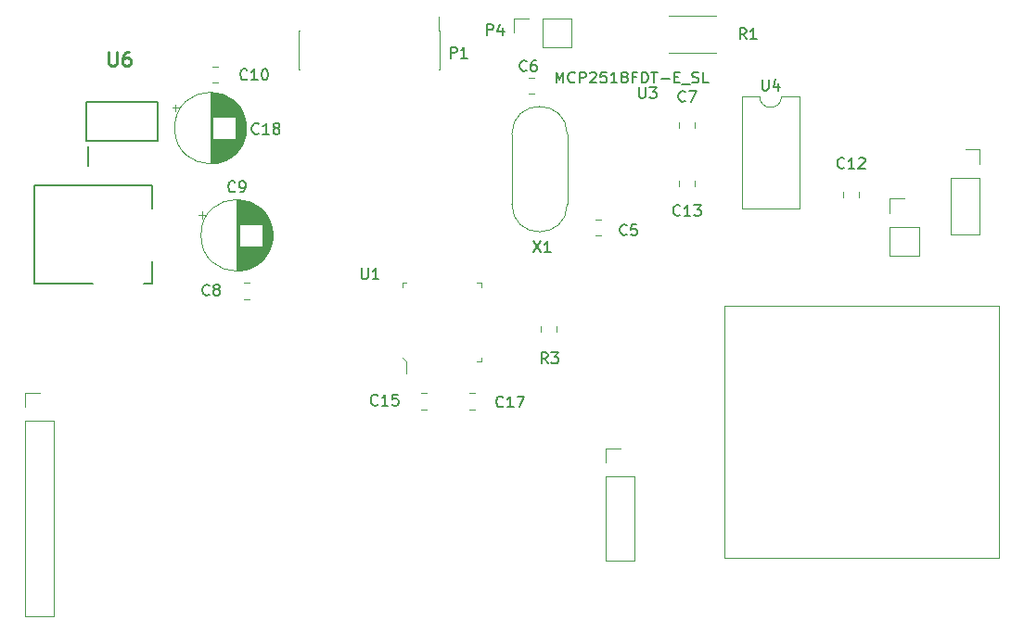
<source format=gto>
G04 #@! TF.GenerationSoftware,KiCad,Pcbnew,8.0.6*
G04 #@! TF.CreationDate,2025-01-19T13:54:33-05:00*
G04 #@! TF.ProjectId,RA2E1-CAN-Rev2,52413245-312d-4434-914e-2d526576322e,rev?*
G04 #@! TF.SameCoordinates,Original*
G04 #@! TF.FileFunction,Legend,Top*
G04 #@! TF.FilePolarity,Positive*
%FSLAX46Y46*%
G04 Gerber Fmt 4.6, Leading zero omitted, Abs format (unit mm)*
G04 Created by KiCad (PCBNEW 8.0.6) date 2025-01-19 13:54:33*
%MOMM*%
%LPD*%
G01*
G04 APERTURE LIST*
%ADD10C,0.150000*%
%ADD11C,0.254000*%
%ADD12C,0.120000*%
%ADD13C,0.100000*%
%ADD14C,0.200000*%
%ADD15C,0.203200*%
G04 APERTURE END LIST*
D10*
X119078476Y-48834819D02*
X119745142Y-49834819D01*
X119745142Y-48834819D02*
X119078476Y-49834819D01*
X120649904Y-49834819D02*
X120078476Y-49834819D01*
X120364190Y-49834819D02*
X120364190Y-48834819D01*
X120364190Y-48834819D02*
X120268952Y-48977676D01*
X120268952Y-48977676D02*
X120173714Y-49072914D01*
X120173714Y-49072914D02*
X120078476Y-49120533D01*
X103388095Y-51304819D02*
X103388095Y-52114342D01*
X103388095Y-52114342D02*
X103435714Y-52209580D01*
X103435714Y-52209580D02*
X103483333Y-52257200D01*
X103483333Y-52257200D02*
X103578571Y-52304819D01*
X103578571Y-52304819D02*
X103769047Y-52304819D01*
X103769047Y-52304819D02*
X103864285Y-52257200D01*
X103864285Y-52257200D02*
X103911904Y-52209580D01*
X103911904Y-52209580D02*
X103959523Y-52114342D01*
X103959523Y-52114342D02*
X103959523Y-51304819D01*
X104959523Y-52304819D02*
X104388095Y-52304819D01*
X104673809Y-52304819D02*
X104673809Y-51304819D01*
X104673809Y-51304819D02*
X104578571Y-51447676D01*
X104578571Y-51447676D02*
X104483333Y-51542914D01*
X104483333Y-51542914D02*
X104388095Y-51590533D01*
X91833333Y-44259580D02*
X91785714Y-44307200D01*
X91785714Y-44307200D02*
X91642857Y-44354819D01*
X91642857Y-44354819D02*
X91547619Y-44354819D01*
X91547619Y-44354819D02*
X91404762Y-44307200D01*
X91404762Y-44307200D02*
X91309524Y-44211961D01*
X91309524Y-44211961D02*
X91261905Y-44116723D01*
X91261905Y-44116723D02*
X91214286Y-43926247D01*
X91214286Y-43926247D02*
X91214286Y-43783390D01*
X91214286Y-43783390D02*
X91261905Y-43592914D01*
X91261905Y-43592914D02*
X91309524Y-43497676D01*
X91309524Y-43497676D02*
X91404762Y-43402438D01*
X91404762Y-43402438D02*
X91547619Y-43354819D01*
X91547619Y-43354819D02*
X91642857Y-43354819D01*
X91642857Y-43354819D02*
X91785714Y-43402438D01*
X91785714Y-43402438D02*
X91833333Y-43450057D01*
X92309524Y-44354819D02*
X92500000Y-44354819D01*
X92500000Y-44354819D02*
X92595238Y-44307200D01*
X92595238Y-44307200D02*
X92642857Y-44259580D01*
X92642857Y-44259580D02*
X92738095Y-44116723D01*
X92738095Y-44116723D02*
X92785714Y-43926247D01*
X92785714Y-43926247D02*
X92785714Y-43545295D01*
X92785714Y-43545295D02*
X92738095Y-43450057D01*
X92738095Y-43450057D02*
X92690476Y-43402438D01*
X92690476Y-43402438D02*
X92595238Y-43354819D01*
X92595238Y-43354819D02*
X92404762Y-43354819D01*
X92404762Y-43354819D02*
X92309524Y-43402438D01*
X92309524Y-43402438D02*
X92261905Y-43450057D01*
X92261905Y-43450057D02*
X92214286Y-43545295D01*
X92214286Y-43545295D02*
X92214286Y-43783390D01*
X92214286Y-43783390D02*
X92261905Y-43878628D01*
X92261905Y-43878628D02*
X92309524Y-43926247D01*
X92309524Y-43926247D02*
X92404762Y-43973866D01*
X92404762Y-43973866D02*
X92595238Y-43973866D01*
X92595238Y-43973866D02*
X92690476Y-43926247D01*
X92690476Y-43926247D02*
X92738095Y-43878628D01*
X92738095Y-43878628D02*
X92785714Y-43783390D01*
X120383333Y-60004819D02*
X120050000Y-59528628D01*
X119811905Y-60004819D02*
X119811905Y-59004819D01*
X119811905Y-59004819D02*
X120192857Y-59004819D01*
X120192857Y-59004819D02*
X120288095Y-59052438D01*
X120288095Y-59052438D02*
X120335714Y-59100057D01*
X120335714Y-59100057D02*
X120383333Y-59195295D01*
X120383333Y-59195295D02*
X120383333Y-59338152D01*
X120383333Y-59338152D02*
X120335714Y-59433390D01*
X120335714Y-59433390D02*
X120288095Y-59481009D01*
X120288095Y-59481009D02*
X120192857Y-59528628D01*
X120192857Y-59528628D02*
X119811905Y-59528628D01*
X120716667Y-59004819D02*
X121335714Y-59004819D01*
X121335714Y-59004819D02*
X121002381Y-59385771D01*
X121002381Y-59385771D02*
X121145238Y-59385771D01*
X121145238Y-59385771D02*
X121240476Y-59433390D01*
X121240476Y-59433390D02*
X121288095Y-59481009D01*
X121288095Y-59481009D02*
X121335714Y-59576247D01*
X121335714Y-59576247D02*
X121335714Y-59814342D01*
X121335714Y-59814342D02*
X121288095Y-59909580D01*
X121288095Y-59909580D02*
X121240476Y-59957200D01*
X121240476Y-59957200D02*
X121145238Y-60004819D01*
X121145238Y-60004819D02*
X120859524Y-60004819D01*
X120859524Y-60004819D02*
X120764286Y-59957200D01*
X120764286Y-59957200D02*
X120716667Y-59909580D01*
X116307142Y-63909580D02*
X116259523Y-63957200D01*
X116259523Y-63957200D02*
X116116666Y-64004819D01*
X116116666Y-64004819D02*
X116021428Y-64004819D01*
X116021428Y-64004819D02*
X115878571Y-63957200D01*
X115878571Y-63957200D02*
X115783333Y-63861961D01*
X115783333Y-63861961D02*
X115735714Y-63766723D01*
X115735714Y-63766723D02*
X115688095Y-63576247D01*
X115688095Y-63576247D02*
X115688095Y-63433390D01*
X115688095Y-63433390D02*
X115735714Y-63242914D01*
X115735714Y-63242914D02*
X115783333Y-63147676D01*
X115783333Y-63147676D02*
X115878571Y-63052438D01*
X115878571Y-63052438D02*
X116021428Y-63004819D01*
X116021428Y-63004819D02*
X116116666Y-63004819D01*
X116116666Y-63004819D02*
X116259523Y-63052438D01*
X116259523Y-63052438D02*
X116307142Y-63100057D01*
X117259523Y-64004819D02*
X116688095Y-64004819D01*
X116973809Y-64004819D02*
X116973809Y-63004819D01*
X116973809Y-63004819D02*
X116878571Y-63147676D01*
X116878571Y-63147676D02*
X116783333Y-63242914D01*
X116783333Y-63242914D02*
X116688095Y-63290533D01*
X117592857Y-63004819D02*
X118259523Y-63004819D01*
X118259523Y-63004819D02*
X117830952Y-64004819D01*
X128715095Y-34777819D02*
X128715095Y-35587342D01*
X128715095Y-35587342D02*
X128762714Y-35682580D01*
X128762714Y-35682580D02*
X128810333Y-35730200D01*
X128810333Y-35730200D02*
X128905571Y-35777819D01*
X128905571Y-35777819D02*
X129096047Y-35777819D01*
X129096047Y-35777819D02*
X129191285Y-35730200D01*
X129191285Y-35730200D02*
X129238904Y-35682580D01*
X129238904Y-35682580D02*
X129286523Y-35587342D01*
X129286523Y-35587342D02*
X129286523Y-34777819D01*
X129667476Y-34777819D02*
X130286523Y-34777819D01*
X130286523Y-34777819D02*
X129953190Y-35158771D01*
X129953190Y-35158771D02*
X130096047Y-35158771D01*
X130096047Y-35158771D02*
X130191285Y-35206390D01*
X130191285Y-35206390D02*
X130238904Y-35254009D01*
X130238904Y-35254009D02*
X130286523Y-35349247D01*
X130286523Y-35349247D02*
X130286523Y-35587342D01*
X130286523Y-35587342D02*
X130238904Y-35682580D01*
X130238904Y-35682580D02*
X130191285Y-35730200D01*
X130191285Y-35730200D02*
X130096047Y-35777819D01*
X130096047Y-35777819D02*
X129810333Y-35777819D01*
X129810333Y-35777819D02*
X129715095Y-35730200D01*
X129715095Y-35730200D02*
X129667476Y-35682580D01*
X121146047Y-34377819D02*
X121146047Y-33377819D01*
X121146047Y-33377819D02*
X121479380Y-34092104D01*
X121479380Y-34092104D02*
X121812713Y-33377819D01*
X121812713Y-33377819D02*
X121812713Y-34377819D01*
X122860332Y-34282580D02*
X122812713Y-34330200D01*
X122812713Y-34330200D02*
X122669856Y-34377819D01*
X122669856Y-34377819D02*
X122574618Y-34377819D01*
X122574618Y-34377819D02*
X122431761Y-34330200D01*
X122431761Y-34330200D02*
X122336523Y-34234961D01*
X122336523Y-34234961D02*
X122288904Y-34139723D01*
X122288904Y-34139723D02*
X122241285Y-33949247D01*
X122241285Y-33949247D02*
X122241285Y-33806390D01*
X122241285Y-33806390D02*
X122288904Y-33615914D01*
X122288904Y-33615914D02*
X122336523Y-33520676D01*
X122336523Y-33520676D02*
X122431761Y-33425438D01*
X122431761Y-33425438D02*
X122574618Y-33377819D01*
X122574618Y-33377819D02*
X122669856Y-33377819D01*
X122669856Y-33377819D02*
X122812713Y-33425438D01*
X122812713Y-33425438D02*
X122860332Y-33473057D01*
X123288904Y-34377819D02*
X123288904Y-33377819D01*
X123288904Y-33377819D02*
X123669856Y-33377819D01*
X123669856Y-33377819D02*
X123765094Y-33425438D01*
X123765094Y-33425438D02*
X123812713Y-33473057D01*
X123812713Y-33473057D02*
X123860332Y-33568295D01*
X123860332Y-33568295D02*
X123860332Y-33711152D01*
X123860332Y-33711152D02*
X123812713Y-33806390D01*
X123812713Y-33806390D02*
X123765094Y-33854009D01*
X123765094Y-33854009D02*
X123669856Y-33901628D01*
X123669856Y-33901628D02*
X123288904Y-33901628D01*
X124241285Y-33473057D02*
X124288904Y-33425438D01*
X124288904Y-33425438D02*
X124384142Y-33377819D01*
X124384142Y-33377819D02*
X124622237Y-33377819D01*
X124622237Y-33377819D02*
X124717475Y-33425438D01*
X124717475Y-33425438D02*
X124765094Y-33473057D01*
X124765094Y-33473057D02*
X124812713Y-33568295D01*
X124812713Y-33568295D02*
X124812713Y-33663533D01*
X124812713Y-33663533D02*
X124765094Y-33806390D01*
X124765094Y-33806390D02*
X124193666Y-34377819D01*
X124193666Y-34377819D02*
X124812713Y-34377819D01*
X125717475Y-33377819D02*
X125241285Y-33377819D01*
X125241285Y-33377819D02*
X125193666Y-33854009D01*
X125193666Y-33854009D02*
X125241285Y-33806390D01*
X125241285Y-33806390D02*
X125336523Y-33758771D01*
X125336523Y-33758771D02*
X125574618Y-33758771D01*
X125574618Y-33758771D02*
X125669856Y-33806390D01*
X125669856Y-33806390D02*
X125717475Y-33854009D01*
X125717475Y-33854009D02*
X125765094Y-33949247D01*
X125765094Y-33949247D02*
X125765094Y-34187342D01*
X125765094Y-34187342D02*
X125717475Y-34282580D01*
X125717475Y-34282580D02*
X125669856Y-34330200D01*
X125669856Y-34330200D02*
X125574618Y-34377819D01*
X125574618Y-34377819D02*
X125336523Y-34377819D01*
X125336523Y-34377819D02*
X125241285Y-34330200D01*
X125241285Y-34330200D02*
X125193666Y-34282580D01*
X126717475Y-34377819D02*
X126146047Y-34377819D01*
X126431761Y-34377819D02*
X126431761Y-33377819D01*
X126431761Y-33377819D02*
X126336523Y-33520676D01*
X126336523Y-33520676D02*
X126241285Y-33615914D01*
X126241285Y-33615914D02*
X126146047Y-33663533D01*
X127288904Y-33806390D02*
X127193666Y-33758771D01*
X127193666Y-33758771D02*
X127146047Y-33711152D01*
X127146047Y-33711152D02*
X127098428Y-33615914D01*
X127098428Y-33615914D02*
X127098428Y-33568295D01*
X127098428Y-33568295D02*
X127146047Y-33473057D01*
X127146047Y-33473057D02*
X127193666Y-33425438D01*
X127193666Y-33425438D02*
X127288904Y-33377819D01*
X127288904Y-33377819D02*
X127479380Y-33377819D01*
X127479380Y-33377819D02*
X127574618Y-33425438D01*
X127574618Y-33425438D02*
X127622237Y-33473057D01*
X127622237Y-33473057D02*
X127669856Y-33568295D01*
X127669856Y-33568295D02*
X127669856Y-33615914D01*
X127669856Y-33615914D02*
X127622237Y-33711152D01*
X127622237Y-33711152D02*
X127574618Y-33758771D01*
X127574618Y-33758771D02*
X127479380Y-33806390D01*
X127479380Y-33806390D02*
X127288904Y-33806390D01*
X127288904Y-33806390D02*
X127193666Y-33854009D01*
X127193666Y-33854009D02*
X127146047Y-33901628D01*
X127146047Y-33901628D02*
X127098428Y-33996866D01*
X127098428Y-33996866D02*
X127098428Y-34187342D01*
X127098428Y-34187342D02*
X127146047Y-34282580D01*
X127146047Y-34282580D02*
X127193666Y-34330200D01*
X127193666Y-34330200D02*
X127288904Y-34377819D01*
X127288904Y-34377819D02*
X127479380Y-34377819D01*
X127479380Y-34377819D02*
X127574618Y-34330200D01*
X127574618Y-34330200D02*
X127622237Y-34282580D01*
X127622237Y-34282580D02*
X127669856Y-34187342D01*
X127669856Y-34187342D02*
X127669856Y-33996866D01*
X127669856Y-33996866D02*
X127622237Y-33901628D01*
X127622237Y-33901628D02*
X127574618Y-33854009D01*
X127574618Y-33854009D02*
X127479380Y-33806390D01*
X128431761Y-33854009D02*
X128098428Y-33854009D01*
X128098428Y-34377819D02*
X128098428Y-33377819D01*
X128098428Y-33377819D02*
X128574618Y-33377819D01*
X128955571Y-34377819D02*
X128955571Y-33377819D01*
X128955571Y-33377819D02*
X129193666Y-33377819D01*
X129193666Y-33377819D02*
X129336523Y-33425438D01*
X129336523Y-33425438D02*
X129431761Y-33520676D01*
X129431761Y-33520676D02*
X129479380Y-33615914D01*
X129479380Y-33615914D02*
X129526999Y-33806390D01*
X129526999Y-33806390D02*
X129526999Y-33949247D01*
X129526999Y-33949247D02*
X129479380Y-34139723D01*
X129479380Y-34139723D02*
X129431761Y-34234961D01*
X129431761Y-34234961D02*
X129336523Y-34330200D01*
X129336523Y-34330200D02*
X129193666Y-34377819D01*
X129193666Y-34377819D02*
X128955571Y-34377819D01*
X129812714Y-33377819D02*
X130384142Y-33377819D01*
X130098428Y-34377819D02*
X130098428Y-33377819D01*
X130717476Y-33996866D02*
X131479381Y-33996866D01*
X131955571Y-33854009D02*
X132288904Y-33854009D01*
X132431761Y-34377819D02*
X131955571Y-34377819D01*
X131955571Y-34377819D02*
X131955571Y-33377819D01*
X131955571Y-33377819D02*
X132431761Y-33377819D01*
X132622238Y-34473057D02*
X133384142Y-34473057D01*
X133574619Y-34330200D02*
X133717476Y-34377819D01*
X133717476Y-34377819D02*
X133955571Y-34377819D01*
X133955571Y-34377819D02*
X134050809Y-34330200D01*
X134050809Y-34330200D02*
X134098428Y-34282580D01*
X134098428Y-34282580D02*
X134146047Y-34187342D01*
X134146047Y-34187342D02*
X134146047Y-34092104D01*
X134146047Y-34092104D02*
X134098428Y-33996866D01*
X134098428Y-33996866D02*
X134050809Y-33949247D01*
X134050809Y-33949247D02*
X133955571Y-33901628D01*
X133955571Y-33901628D02*
X133765095Y-33854009D01*
X133765095Y-33854009D02*
X133669857Y-33806390D01*
X133669857Y-33806390D02*
X133622238Y-33758771D01*
X133622238Y-33758771D02*
X133574619Y-33663533D01*
X133574619Y-33663533D02*
X133574619Y-33568295D01*
X133574619Y-33568295D02*
X133622238Y-33473057D01*
X133622238Y-33473057D02*
X133669857Y-33425438D01*
X133669857Y-33425438D02*
X133765095Y-33377819D01*
X133765095Y-33377819D02*
X134003190Y-33377819D01*
X134003190Y-33377819D02*
X134146047Y-33425438D01*
X135050809Y-34377819D02*
X134574619Y-34377819D01*
X134574619Y-34377819D02*
X134574619Y-33377819D01*
X127595333Y-48215580D02*
X127547714Y-48263200D01*
X127547714Y-48263200D02*
X127404857Y-48310819D01*
X127404857Y-48310819D02*
X127309619Y-48310819D01*
X127309619Y-48310819D02*
X127166762Y-48263200D01*
X127166762Y-48263200D02*
X127071524Y-48167961D01*
X127071524Y-48167961D02*
X127023905Y-48072723D01*
X127023905Y-48072723D02*
X126976286Y-47882247D01*
X126976286Y-47882247D02*
X126976286Y-47739390D01*
X126976286Y-47739390D02*
X127023905Y-47548914D01*
X127023905Y-47548914D02*
X127071524Y-47453676D01*
X127071524Y-47453676D02*
X127166762Y-47358438D01*
X127166762Y-47358438D02*
X127309619Y-47310819D01*
X127309619Y-47310819D02*
X127404857Y-47310819D01*
X127404857Y-47310819D02*
X127547714Y-47358438D01*
X127547714Y-47358438D02*
X127595333Y-47406057D01*
X128500095Y-47310819D02*
X128023905Y-47310819D01*
X128023905Y-47310819D02*
X127976286Y-47787009D01*
X127976286Y-47787009D02*
X128023905Y-47739390D01*
X128023905Y-47739390D02*
X128119143Y-47691771D01*
X128119143Y-47691771D02*
X128357238Y-47691771D01*
X128357238Y-47691771D02*
X128452476Y-47739390D01*
X128452476Y-47739390D02*
X128500095Y-47787009D01*
X128500095Y-47787009D02*
X128547714Y-47882247D01*
X128547714Y-47882247D02*
X128547714Y-48120342D01*
X128547714Y-48120342D02*
X128500095Y-48215580D01*
X128500095Y-48215580D02*
X128452476Y-48263200D01*
X128452476Y-48263200D02*
X128357238Y-48310819D01*
X128357238Y-48310819D02*
X128119143Y-48310819D01*
X128119143Y-48310819D02*
X128023905Y-48263200D01*
X128023905Y-48263200D02*
X127976286Y-48215580D01*
D11*
X80314780Y-31554318D02*
X80314780Y-32582413D01*
X80314780Y-32582413D02*
X80375257Y-32703365D01*
X80375257Y-32703365D02*
X80435733Y-32763842D01*
X80435733Y-32763842D02*
X80556685Y-32824318D01*
X80556685Y-32824318D02*
X80798590Y-32824318D01*
X80798590Y-32824318D02*
X80919542Y-32763842D01*
X80919542Y-32763842D02*
X80980019Y-32703365D01*
X80980019Y-32703365D02*
X81040495Y-32582413D01*
X81040495Y-32582413D02*
X81040495Y-31554318D01*
X82189542Y-31554318D02*
X81947637Y-31554318D01*
X81947637Y-31554318D02*
X81826685Y-31614794D01*
X81826685Y-31614794D02*
X81766209Y-31675270D01*
X81766209Y-31675270D02*
X81645256Y-31856699D01*
X81645256Y-31856699D02*
X81584780Y-32098603D01*
X81584780Y-32098603D02*
X81584780Y-32582413D01*
X81584780Y-32582413D02*
X81645256Y-32703365D01*
X81645256Y-32703365D02*
X81705733Y-32763842D01*
X81705733Y-32763842D02*
X81826685Y-32824318D01*
X81826685Y-32824318D02*
X82068590Y-32824318D01*
X82068590Y-32824318D02*
X82189542Y-32763842D01*
X82189542Y-32763842D02*
X82250018Y-32703365D01*
X82250018Y-32703365D02*
X82310495Y-32582413D01*
X82310495Y-32582413D02*
X82310495Y-32280032D01*
X82310495Y-32280032D02*
X82250018Y-32159080D01*
X82250018Y-32159080D02*
X82189542Y-32098603D01*
X82189542Y-32098603D02*
X82068590Y-32038127D01*
X82068590Y-32038127D02*
X81826685Y-32038127D01*
X81826685Y-32038127D02*
X81705733Y-32098603D01*
X81705733Y-32098603D02*
X81645256Y-32159080D01*
X81645256Y-32159080D02*
X81584780Y-32280032D01*
D10*
X114831905Y-30022819D02*
X114831905Y-29022819D01*
X114831905Y-29022819D02*
X115212857Y-29022819D01*
X115212857Y-29022819D02*
X115308095Y-29070438D01*
X115308095Y-29070438D02*
X115355714Y-29118057D01*
X115355714Y-29118057D02*
X115403333Y-29213295D01*
X115403333Y-29213295D02*
X115403333Y-29356152D01*
X115403333Y-29356152D02*
X115355714Y-29451390D01*
X115355714Y-29451390D02*
X115308095Y-29499009D01*
X115308095Y-29499009D02*
X115212857Y-29546628D01*
X115212857Y-29546628D02*
X114831905Y-29546628D01*
X116260476Y-29356152D02*
X116260476Y-30022819D01*
X116022381Y-28975200D02*
X115784286Y-29689485D01*
X115784286Y-29689485D02*
X116403333Y-29689485D01*
X147439142Y-42119580D02*
X147391523Y-42167200D01*
X147391523Y-42167200D02*
X147248666Y-42214819D01*
X147248666Y-42214819D02*
X147153428Y-42214819D01*
X147153428Y-42214819D02*
X147010571Y-42167200D01*
X147010571Y-42167200D02*
X146915333Y-42071961D01*
X146915333Y-42071961D02*
X146867714Y-41976723D01*
X146867714Y-41976723D02*
X146820095Y-41786247D01*
X146820095Y-41786247D02*
X146820095Y-41643390D01*
X146820095Y-41643390D02*
X146867714Y-41452914D01*
X146867714Y-41452914D02*
X146915333Y-41357676D01*
X146915333Y-41357676D02*
X147010571Y-41262438D01*
X147010571Y-41262438D02*
X147153428Y-41214819D01*
X147153428Y-41214819D02*
X147248666Y-41214819D01*
X147248666Y-41214819D02*
X147391523Y-41262438D01*
X147391523Y-41262438D02*
X147439142Y-41310057D01*
X148391523Y-42214819D02*
X147820095Y-42214819D01*
X148105809Y-42214819D02*
X148105809Y-41214819D01*
X148105809Y-41214819D02*
X148010571Y-41357676D01*
X148010571Y-41357676D02*
X147915333Y-41452914D01*
X147915333Y-41452914D02*
X147820095Y-41500533D01*
X148772476Y-41310057D02*
X148820095Y-41262438D01*
X148820095Y-41262438D02*
X148915333Y-41214819D01*
X148915333Y-41214819D02*
X149153428Y-41214819D01*
X149153428Y-41214819D02*
X149248666Y-41262438D01*
X149248666Y-41262438D02*
X149296285Y-41310057D01*
X149296285Y-41310057D02*
X149343904Y-41405295D01*
X149343904Y-41405295D02*
X149343904Y-41500533D01*
X149343904Y-41500533D02*
X149296285Y-41643390D01*
X149296285Y-41643390D02*
X148724857Y-42214819D01*
X148724857Y-42214819D02*
X149343904Y-42214819D01*
X139964095Y-34068819D02*
X139964095Y-34878342D01*
X139964095Y-34878342D02*
X140011714Y-34973580D01*
X140011714Y-34973580D02*
X140059333Y-35021200D01*
X140059333Y-35021200D02*
X140154571Y-35068819D01*
X140154571Y-35068819D02*
X140345047Y-35068819D01*
X140345047Y-35068819D02*
X140440285Y-35021200D01*
X140440285Y-35021200D02*
X140487904Y-34973580D01*
X140487904Y-34973580D02*
X140535523Y-34878342D01*
X140535523Y-34878342D02*
X140535523Y-34068819D01*
X141440285Y-34402152D02*
X141440285Y-35068819D01*
X141202190Y-34021200D02*
X140964095Y-34735485D01*
X140964095Y-34735485D02*
X141583142Y-34735485D01*
X92939542Y-34009580D02*
X92891923Y-34057200D01*
X92891923Y-34057200D02*
X92749066Y-34104819D01*
X92749066Y-34104819D02*
X92653828Y-34104819D01*
X92653828Y-34104819D02*
X92510971Y-34057200D01*
X92510971Y-34057200D02*
X92415733Y-33961961D01*
X92415733Y-33961961D02*
X92368114Y-33866723D01*
X92368114Y-33866723D02*
X92320495Y-33676247D01*
X92320495Y-33676247D02*
X92320495Y-33533390D01*
X92320495Y-33533390D02*
X92368114Y-33342914D01*
X92368114Y-33342914D02*
X92415733Y-33247676D01*
X92415733Y-33247676D02*
X92510971Y-33152438D01*
X92510971Y-33152438D02*
X92653828Y-33104819D01*
X92653828Y-33104819D02*
X92749066Y-33104819D01*
X92749066Y-33104819D02*
X92891923Y-33152438D01*
X92891923Y-33152438D02*
X92939542Y-33200057D01*
X93891923Y-34104819D02*
X93320495Y-34104819D01*
X93606209Y-34104819D02*
X93606209Y-33104819D01*
X93606209Y-33104819D02*
X93510971Y-33247676D01*
X93510971Y-33247676D02*
X93415733Y-33342914D01*
X93415733Y-33342914D02*
X93320495Y-33390533D01*
X94510971Y-33104819D02*
X94606209Y-33104819D01*
X94606209Y-33104819D02*
X94701447Y-33152438D01*
X94701447Y-33152438D02*
X94749066Y-33200057D01*
X94749066Y-33200057D02*
X94796685Y-33295295D01*
X94796685Y-33295295D02*
X94844304Y-33485771D01*
X94844304Y-33485771D02*
X94844304Y-33723866D01*
X94844304Y-33723866D02*
X94796685Y-33914342D01*
X94796685Y-33914342D02*
X94749066Y-34009580D01*
X94749066Y-34009580D02*
X94701447Y-34057200D01*
X94701447Y-34057200D02*
X94606209Y-34104819D01*
X94606209Y-34104819D02*
X94510971Y-34104819D01*
X94510971Y-34104819D02*
X94415733Y-34057200D01*
X94415733Y-34057200D02*
X94368114Y-34009580D01*
X94368114Y-34009580D02*
X94320495Y-33914342D01*
X94320495Y-33914342D02*
X94272876Y-33723866D01*
X94272876Y-33723866D02*
X94272876Y-33485771D01*
X94272876Y-33485771D02*
X94320495Y-33295295D01*
X94320495Y-33295295D02*
X94368114Y-33200057D01*
X94368114Y-33200057D02*
X94415733Y-33152438D01*
X94415733Y-33152438D02*
X94510971Y-33104819D01*
X111521905Y-32104819D02*
X111521905Y-31104819D01*
X111521905Y-31104819D02*
X111902857Y-31104819D01*
X111902857Y-31104819D02*
X111998095Y-31152438D01*
X111998095Y-31152438D02*
X112045714Y-31200057D01*
X112045714Y-31200057D02*
X112093333Y-31295295D01*
X112093333Y-31295295D02*
X112093333Y-31438152D01*
X112093333Y-31438152D02*
X112045714Y-31533390D01*
X112045714Y-31533390D02*
X111998095Y-31581009D01*
X111998095Y-31581009D02*
X111902857Y-31628628D01*
X111902857Y-31628628D02*
X111521905Y-31628628D01*
X113045714Y-32104819D02*
X112474286Y-32104819D01*
X112760000Y-32104819D02*
X112760000Y-31104819D01*
X112760000Y-31104819D02*
X112664762Y-31247676D01*
X112664762Y-31247676D02*
X112569524Y-31342914D01*
X112569524Y-31342914D02*
X112474286Y-31390533D01*
X132453142Y-46437580D02*
X132405523Y-46485200D01*
X132405523Y-46485200D02*
X132262666Y-46532819D01*
X132262666Y-46532819D02*
X132167428Y-46532819D01*
X132167428Y-46532819D02*
X132024571Y-46485200D01*
X132024571Y-46485200D02*
X131929333Y-46389961D01*
X131929333Y-46389961D02*
X131881714Y-46294723D01*
X131881714Y-46294723D02*
X131834095Y-46104247D01*
X131834095Y-46104247D02*
X131834095Y-45961390D01*
X131834095Y-45961390D02*
X131881714Y-45770914D01*
X131881714Y-45770914D02*
X131929333Y-45675676D01*
X131929333Y-45675676D02*
X132024571Y-45580438D01*
X132024571Y-45580438D02*
X132167428Y-45532819D01*
X132167428Y-45532819D02*
X132262666Y-45532819D01*
X132262666Y-45532819D02*
X132405523Y-45580438D01*
X132405523Y-45580438D02*
X132453142Y-45628057D01*
X133405523Y-46532819D02*
X132834095Y-46532819D01*
X133119809Y-46532819D02*
X133119809Y-45532819D01*
X133119809Y-45532819D02*
X133024571Y-45675676D01*
X133024571Y-45675676D02*
X132929333Y-45770914D01*
X132929333Y-45770914D02*
X132834095Y-45818533D01*
X133738857Y-45532819D02*
X134357904Y-45532819D01*
X134357904Y-45532819D02*
X134024571Y-45913771D01*
X134024571Y-45913771D02*
X134167428Y-45913771D01*
X134167428Y-45913771D02*
X134262666Y-45961390D01*
X134262666Y-45961390D02*
X134310285Y-46009009D01*
X134310285Y-46009009D02*
X134357904Y-46104247D01*
X134357904Y-46104247D02*
X134357904Y-46342342D01*
X134357904Y-46342342D02*
X134310285Y-46437580D01*
X134310285Y-46437580D02*
X134262666Y-46485200D01*
X134262666Y-46485200D02*
X134167428Y-46532819D01*
X134167428Y-46532819D02*
X133881714Y-46532819D01*
X133881714Y-46532819D02*
X133786476Y-46485200D01*
X133786476Y-46485200D02*
X133738857Y-46437580D01*
X93989521Y-38959580D02*
X93941902Y-39007200D01*
X93941902Y-39007200D02*
X93799045Y-39054819D01*
X93799045Y-39054819D02*
X93703807Y-39054819D01*
X93703807Y-39054819D02*
X93560950Y-39007200D01*
X93560950Y-39007200D02*
X93465712Y-38911961D01*
X93465712Y-38911961D02*
X93418093Y-38816723D01*
X93418093Y-38816723D02*
X93370474Y-38626247D01*
X93370474Y-38626247D02*
X93370474Y-38483390D01*
X93370474Y-38483390D02*
X93418093Y-38292914D01*
X93418093Y-38292914D02*
X93465712Y-38197676D01*
X93465712Y-38197676D02*
X93560950Y-38102438D01*
X93560950Y-38102438D02*
X93703807Y-38054819D01*
X93703807Y-38054819D02*
X93799045Y-38054819D01*
X93799045Y-38054819D02*
X93941902Y-38102438D01*
X93941902Y-38102438D02*
X93989521Y-38150057D01*
X94941902Y-39054819D02*
X94370474Y-39054819D01*
X94656188Y-39054819D02*
X94656188Y-38054819D01*
X94656188Y-38054819D02*
X94560950Y-38197676D01*
X94560950Y-38197676D02*
X94465712Y-38292914D01*
X94465712Y-38292914D02*
X94370474Y-38340533D01*
X95513331Y-38483390D02*
X95418093Y-38435771D01*
X95418093Y-38435771D02*
X95370474Y-38388152D01*
X95370474Y-38388152D02*
X95322855Y-38292914D01*
X95322855Y-38292914D02*
X95322855Y-38245295D01*
X95322855Y-38245295D02*
X95370474Y-38150057D01*
X95370474Y-38150057D02*
X95418093Y-38102438D01*
X95418093Y-38102438D02*
X95513331Y-38054819D01*
X95513331Y-38054819D02*
X95703807Y-38054819D01*
X95703807Y-38054819D02*
X95799045Y-38102438D01*
X95799045Y-38102438D02*
X95846664Y-38150057D01*
X95846664Y-38150057D02*
X95894283Y-38245295D01*
X95894283Y-38245295D02*
X95894283Y-38292914D01*
X95894283Y-38292914D02*
X95846664Y-38388152D01*
X95846664Y-38388152D02*
X95799045Y-38435771D01*
X95799045Y-38435771D02*
X95703807Y-38483390D01*
X95703807Y-38483390D02*
X95513331Y-38483390D01*
X95513331Y-38483390D02*
X95418093Y-38531009D01*
X95418093Y-38531009D02*
X95370474Y-38578628D01*
X95370474Y-38578628D02*
X95322855Y-38673866D01*
X95322855Y-38673866D02*
X95322855Y-38864342D01*
X95322855Y-38864342D02*
X95370474Y-38959580D01*
X95370474Y-38959580D02*
X95418093Y-39007200D01*
X95418093Y-39007200D02*
X95513331Y-39054819D01*
X95513331Y-39054819D02*
X95703807Y-39054819D01*
X95703807Y-39054819D02*
X95799045Y-39007200D01*
X95799045Y-39007200D02*
X95846664Y-38959580D01*
X95846664Y-38959580D02*
X95894283Y-38864342D01*
X95894283Y-38864342D02*
X95894283Y-38673866D01*
X95894283Y-38673866D02*
X95846664Y-38578628D01*
X95846664Y-38578628D02*
X95799045Y-38531009D01*
X95799045Y-38531009D02*
X95703807Y-38483390D01*
X118451333Y-33229580D02*
X118403714Y-33277200D01*
X118403714Y-33277200D02*
X118260857Y-33324819D01*
X118260857Y-33324819D02*
X118165619Y-33324819D01*
X118165619Y-33324819D02*
X118022762Y-33277200D01*
X118022762Y-33277200D02*
X117927524Y-33181961D01*
X117927524Y-33181961D02*
X117879905Y-33086723D01*
X117879905Y-33086723D02*
X117832286Y-32896247D01*
X117832286Y-32896247D02*
X117832286Y-32753390D01*
X117832286Y-32753390D02*
X117879905Y-32562914D01*
X117879905Y-32562914D02*
X117927524Y-32467676D01*
X117927524Y-32467676D02*
X118022762Y-32372438D01*
X118022762Y-32372438D02*
X118165619Y-32324819D01*
X118165619Y-32324819D02*
X118260857Y-32324819D01*
X118260857Y-32324819D02*
X118403714Y-32372438D01*
X118403714Y-32372438D02*
X118451333Y-32420057D01*
X119308476Y-32324819D02*
X119118000Y-32324819D01*
X119118000Y-32324819D02*
X119022762Y-32372438D01*
X119022762Y-32372438D02*
X118975143Y-32420057D01*
X118975143Y-32420057D02*
X118879905Y-32562914D01*
X118879905Y-32562914D02*
X118832286Y-32753390D01*
X118832286Y-32753390D02*
X118832286Y-33134342D01*
X118832286Y-33134342D02*
X118879905Y-33229580D01*
X118879905Y-33229580D02*
X118927524Y-33277200D01*
X118927524Y-33277200D02*
X119022762Y-33324819D01*
X119022762Y-33324819D02*
X119213238Y-33324819D01*
X119213238Y-33324819D02*
X119308476Y-33277200D01*
X119308476Y-33277200D02*
X119356095Y-33229580D01*
X119356095Y-33229580D02*
X119403714Y-33134342D01*
X119403714Y-33134342D02*
X119403714Y-32896247D01*
X119403714Y-32896247D02*
X119356095Y-32801009D01*
X119356095Y-32801009D02*
X119308476Y-32753390D01*
X119308476Y-32753390D02*
X119213238Y-32705771D01*
X119213238Y-32705771D02*
X119022762Y-32705771D01*
X119022762Y-32705771D02*
X118927524Y-32753390D01*
X118927524Y-32753390D02*
X118879905Y-32801009D01*
X118879905Y-32801009D02*
X118832286Y-32896247D01*
X132929333Y-36023580D02*
X132881714Y-36071200D01*
X132881714Y-36071200D02*
X132738857Y-36118819D01*
X132738857Y-36118819D02*
X132643619Y-36118819D01*
X132643619Y-36118819D02*
X132500762Y-36071200D01*
X132500762Y-36071200D02*
X132405524Y-35975961D01*
X132405524Y-35975961D02*
X132357905Y-35880723D01*
X132357905Y-35880723D02*
X132310286Y-35690247D01*
X132310286Y-35690247D02*
X132310286Y-35547390D01*
X132310286Y-35547390D02*
X132357905Y-35356914D01*
X132357905Y-35356914D02*
X132405524Y-35261676D01*
X132405524Y-35261676D02*
X132500762Y-35166438D01*
X132500762Y-35166438D02*
X132643619Y-35118819D01*
X132643619Y-35118819D02*
X132738857Y-35118819D01*
X132738857Y-35118819D02*
X132881714Y-35166438D01*
X132881714Y-35166438D02*
X132929333Y-35214057D01*
X133262667Y-35118819D02*
X133929333Y-35118819D01*
X133929333Y-35118819D02*
X133500762Y-36118819D01*
X89483333Y-53709580D02*
X89435714Y-53757200D01*
X89435714Y-53757200D02*
X89292857Y-53804819D01*
X89292857Y-53804819D02*
X89197619Y-53804819D01*
X89197619Y-53804819D02*
X89054762Y-53757200D01*
X89054762Y-53757200D02*
X88959524Y-53661961D01*
X88959524Y-53661961D02*
X88911905Y-53566723D01*
X88911905Y-53566723D02*
X88864286Y-53376247D01*
X88864286Y-53376247D02*
X88864286Y-53233390D01*
X88864286Y-53233390D02*
X88911905Y-53042914D01*
X88911905Y-53042914D02*
X88959524Y-52947676D01*
X88959524Y-52947676D02*
X89054762Y-52852438D01*
X89054762Y-52852438D02*
X89197619Y-52804819D01*
X89197619Y-52804819D02*
X89292857Y-52804819D01*
X89292857Y-52804819D02*
X89435714Y-52852438D01*
X89435714Y-52852438D02*
X89483333Y-52900057D01*
X90054762Y-53233390D02*
X89959524Y-53185771D01*
X89959524Y-53185771D02*
X89911905Y-53138152D01*
X89911905Y-53138152D02*
X89864286Y-53042914D01*
X89864286Y-53042914D02*
X89864286Y-52995295D01*
X89864286Y-52995295D02*
X89911905Y-52900057D01*
X89911905Y-52900057D02*
X89959524Y-52852438D01*
X89959524Y-52852438D02*
X90054762Y-52804819D01*
X90054762Y-52804819D02*
X90245238Y-52804819D01*
X90245238Y-52804819D02*
X90340476Y-52852438D01*
X90340476Y-52852438D02*
X90388095Y-52900057D01*
X90388095Y-52900057D02*
X90435714Y-52995295D01*
X90435714Y-52995295D02*
X90435714Y-53042914D01*
X90435714Y-53042914D02*
X90388095Y-53138152D01*
X90388095Y-53138152D02*
X90340476Y-53185771D01*
X90340476Y-53185771D02*
X90245238Y-53233390D01*
X90245238Y-53233390D02*
X90054762Y-53233390D01*
X90054762Y-53233390D02*
X89959524Y-53281009D01*
X89959524Y-53281009D02*
X89911905Y-53328628D01*
X89911905Y-53328628D02*
X89864286Y-53423866D01*
X89864286Y-53423866D02*
X89864286Y-53614342D01*
X89864286Y-53614342D02*
X89911905Y-53709580D01*
X89911905Y-53709580D02*
X89959524Y-53757200D01*
X89959524Y-53757200D02*
X90054762Y-53804819D01*
X90054762Y-53804819D02*
X90245238Y-53804819D01*
X90245238Y-53804819D02*
X90340476Y-53757200D01*
X90340476Y-53757200D02*
X90388095Y-53709580D01*
X90388095Y-53709580D02*
X90435714Y-53614342D01*
X90435714Y-53614342D02*
X90435714Y-53423866D01*
X90435714Y-53423866D02*
X90388095Y-53328628D01*
X90388095Y-53328628D02*
X90340476Y-53281009D01*
X90340476Y-53281009D02*
X90245238Y-53233390D01*
X104857142Y-63759580D02*
X104809523Y-63807200D01*
X104809523Y-63807200D02*
X104666666Y-63854819D01*
X104666666Y-63854819D02*
X104571428Y-63854819D01*
X104571428Y-63854819D02*
X104428571Y-63807200D01*
X104428571Y-63807200D02*
X104333333Y-63711961D01*
X104333333Y-63711961D02*
X104285714Y-63616723D01*
X104285714Y-63616723D02*
X104238095Y-63426247D01*
X104238095Y-63426247D02*
X104238095Y-63283390D01*
X104238095Y-63283390D02*
X104285714Y-63092914D01*
X104285714Y-63092914D02*
X104333333Y-62997676D01*
X104333333Y-62997676D02*
X104428571Y-62902438D01*
X104428571Y-62902438D02*
X104571428Y-62854819D01*
X104571428Y-62854819D02*
X104666666Y-62854819D01*
X104666666Y-62854819D02*
X104809523Y-62902438D01*
X104809523Y-62902438D02*
X104857142Y-62950057D01*
X105809523Y-63854819D02*
X105238095Y-63854819D01*
X105523809Y-63854819D02*
X105523809Y-62854819D01*
X105523809Y-62854819D02*
X105428571Y-62997676D01*
X105428571Y-62997676D02*
X105333333Y-63092914D01*
X105333333Y-63092914D02*
X105238095Y-63140533D01*
X106714285Y-62854819D02*
X106238095Y-62854819D01*
X106238095Y-62854819D02*
X106190476Y-63331009D01*
X106190476Y-63331009D02*
X106238095Y-63283390D01*
X106238095Y-63283390D02*
X106333333Y-63235771D01*
X106333333Y-63235771D02*
X106571428Y-63235771D01*
X106571428Y-63235771D02*
X106666666Y-63283390D01*
X106666666Y-63283390D02*
X106714285Y-63331009D01*
X106714285Y-63331009D02*
X106761904Y-63426247D01*
X106761904Y-63426247D02*
X106761904Y-63664342D01*
X106761904Y-63664342D02*
X106714285Y-63759580D01*
X106714285Y-63759580D02*
X106666666Y-63807200D01*
X106666666Y-63807200D02*
X106571428Y-63854819D01*
X106571428Y-63854819D02*
X106333333Y-63854819D01*
X106333333Y-63854819D02*
X106238095Y-63807200D01*
X106238095Y-63807200D02*
X106190476Y-63759580D01*
X138501333Y-30376819D02*
X138168000Y-29900628D01*
X137929905Y-30376819D02*
X137929905Y-29376819D01*
X137929905Y-29376819D02*
X138310857Y-29376819D01*
X138310857Y-29376819D02*
X138406095Y-29424438D01*
X138406095Y-29424438D02*
X138453714Y-29472057D01*
X138453714Y-29472057D02*
X138501333Y-29567295D01*
X138501333Y-29567295D02*
X138501333Y-29710152D01*
X138501333Y-29710152D02*
X138453714Y-29805390D01*
X138453714Y-29805390D02*
X138406095Y-29853009D01*
X138406095Y-29853009D02*
X138310857Y-29900628D01*
X138310857Y-29900628D02*
X137929905Y-29900628D01*
X139453714Y-30376819D02*
X138882286Y-30376819D01*
X139168000Y-30376819D02*
X139168000Y-29376819D01*
X139168000Y-29376819D02*
X139072762Y-29519676D01*
X139072762Y-29519676D02*
X138977524Y-29614914D01*
X138977524Y-29614914D02*
X138882286Y-29662533D01*
D12*
X72670000Y-62670000D02*
X74000000Y-62670000D01*
X72670000Y-64000000D02*
X72670000Y-62670000D01*
X72670000Y-65270000D02*
X72670000Y-83110000D01*
X72670000Y-65270000D02*
X75330000Y-65270000D01*
X72670000Y-83110000D02*
X75330000Y-83110000D01*
X75330000Y-65270000D02*
X75330000Y-83110000D01*
X117109000Y-39058000D02*
X117109000Y-45458000D01*
X122159000Y-39058000D02*
X122159000Y-45458000D01*
X117109000Y-39058000D02*
G75*
G02*
X122159000Y-39058000I2525000J0D01*
G01*
X122159000Y-45458000D02*
G75*
G02*
X117109000Y-45458000I-2525000J0D01*
G01*
D13*
X107100000Y-52650000D02*
X107100000Y-53050000D01*
X107500000Y-52650000D02*
X107100000Y-52650000D01*
X107500000Y-59850000D02*
X107100000Y-59450000D01*
X107500000Y-60900000D02*
X107500000Y-59850000D01*
X113900000Y-52650000D02*
X114300000Y-52650000D01*
X114300000Y-52650000D02*
X114300000Y-53050000D01*
X114300000Y-59450000D02*
X114300000Y-59850000D01*
X114300000Y-59850000D02*
X113900000Y-59850000D01*
D12*
X88499759Y-46461000D02*
X89129759Y-46461000D01*
X88814759Y-46146000D02*
X88814759Y-46776000D01*
X92000000Y-45070000D02*
X92000000Y-51530000D01*
X92040000Y-45070000D02*
X92040000Y-51530000D01*
X92080000Y-45070000D02*
X92080000Y-51530000D01*
X92120000Y-45072000D02*
X92120000Y-51528000D01*
X92160000Y-45073000D02*
X92160000Y-51527000D01*
X92200000Y-45076000D02*
X92200000Y-51524000D01*
X92240000Y-45078000D02*
X92240000Y-47260000D01*
X92240000Y-49340000D02*
X92240000Y-51522000D01*
X92280000Y-45082000D02*
X92280000Y-47260000D01*
X92280000Y-49340000D02*
X92280000Y-51518000D01*
X92320000Y-45085000D02*
X92320000Y-47260000D01*
X92320000Y-49340000D02*
X92320000Y-51515000D01*
X92360000Y-45089000D02*
X92360000Y-47260000D01*
X92360000Y-49340000D02*
X92360000Y-51511000D01*
X92400000Y-45094000D02*
X92400000Y-47260000D01*
X92400000Y-49340000D02*
X92400000Y-51506000D01*
X92440000Y-45099000D02*
X92440000Y-47260000D01*
X92440000Y-49340000D02*
X92440000Y-51501000D01*
X92480000Y-45105000D02*
X92480000Y-47260000D01*
X92480000Y-49340000D02*
X92480000Y-51495000D01*
X92520000Y-45111000D02*
X92520000Y-47260000D01*
X92520000Y-49340000D02*
X92520000Y-51489000D01*
X92560000Y-45118000D02*
X92560000Y-47260000D01*
X92560000Y-49340000D02*
X92560000Y-51482000D01*
X92600000Y-45125000D02*
X92600000Y-47260000D01*
X92600000Y-49340000D02*
X92600000Y-51475000D01*
X92640000Y-45133000D02*
X92640000Y-47260000D01*
X92640000Y-49340000D02*
X92640000Y-51467000D01*
X92680000Y-45141000D02*
X92680000Y-47260000D01*
X92680000Y-49340000D02*
X92680000Y-51459000D01*
X92721000Y-45150000D02*
X92721000Y-47260000D01*
X92721000Y-49340000D02*
X92721000Y-51450000D01*
X92761000Y-45159000D02*
X92761000Y-47260000D01*
X92761000Y-49340000D02*
X92761000Y-51441000D01*
X92801000Y-45169000D02*
X92801000Y-47260000D01*
X92801000Y-49340000D02*
X92801000Y-51431000D01*
X92841000Y-45179000D02*
X92841000Y-47260000D01*
X92841000Y-49340000D02*
X92841000Y-51421000D01*
X92881000Y-45190000D02*
X92881000Y-47260000D01*
X92881000Y-49340000D02*
X92881000Y-51410000D01*
X92921000Y-45202000D02*
X92921000Y-47260000D01*
X92921000Y-49340000D02*
X92921000Y-51398000D01*
X92961000Y-45214000D02*
X92961000Y-47260000D01*
X92961000Y-49340000D02*
X92961000Y-51386000D01*
X93001000Y-45226000D02*
X93001000Y-47260000D01*
X93001000Y-49340000D02*
X93001000Y-51374000D01*
X93041000Y-45239000D02*
X93041000Y-47260000D01*
X93041000Y-49340000D02*
X93041000Y-51361000D01*
X93081000Y-45253000D02*
X93081000Y-47260000D01*
X93081000Y-49340000D02*
X93081000Y-51347000D01*
X93121000Y-45267000D02*
X93121000Y-47260000D01*
X93121000Y-49340000D02*
X93121000Y-51333000D01*
X93161000Y-45282000D02*
X93161000Y-47260000D01*
X93161000Y-49340000D02*
X93161000Y-51318000D01*
X93201000Y-45298000D02*
X93201000Y-47260000D01*
X93201000Y-49340000D02*
X93201000Y-51302000D01*
X93241000Y-45314000D02*
X93241000Y-47260000D01*
X93241000Y-49340000D02*
X93241000Y-51286000D01*
X93281000Y-45330000D02*
X93281000Y-47260000D01*
X93281000Y-49340000D02*
X93281000Y-51270000D01*
X93321000Y-45348000D02*
X93321000Y-47260000D01*
X93321000Y-49340000D02*
X93321000Y-51252000D01*
X93361000Y-45366000D02*
X93361000Y-47260000D01*
X93361000Y-49340000D02*
X93361000Y-51234000D01*
X93401000Y-45384000D02*
X93401000Y-47260000D01*
X93401000Y-49340000D02*
X93401000Y-51216000D01*
X93441000Y-45404000D02*
X93441000Y-47260000D01*
X93441000Y-49340000D02*
X93441000Y-51196000D01*
X93481000Y-45424000D02*
X93481000Y-47260000D01*
X93481000Y-49340000D02*
X93481000Y-51176000D01*
X93521000Y-45444000D02*
X93521000Y-47260000D01*
X93521000Y-49340000D02*
X93521000Y-51156000D01*
X93561000Y-45466000D02*
X93561000Y-47260000D01*
X93561000Y-49340000D02*
X93561000Y-51134000D01*
X93601000Y-45488000D02*
X93601000Y-47260000D01*
X93601000Y-49340000D02*
X93601000Y-51112000D01*
X93641000Y-45510000D02*
X93641000Y-47260000D01*
X93641000Y-49340000D02*
X93641000Y-51090000D01*
X93681000Y-45534000D02*
X93681000Y-47260000D01*
X93681000Y-49340000D02*
X93681000Y-51066000D01*
X93721000Y-45558000D02*
X93721000Y-47260000D01*
X93721000Y-49340000D02*
X93721000Y-51042000D01*
X93761000Y-45584000D02*
X93761000Y-47260000D01*
X93761000Y-49340000D02*
X93761000Y-51016000D01*
X93801000Y-45610000D02*
X93801000Y-47260000D01*
X93801000Y-49340000D02*
X93801000Y-50990000D01*
X93841000Y-45636000D02*
X93841000Y-47260000D01*
X93841000Y-49340000D02*
X93841000Y-50964000D01*
X93881000Y-45664000D02*
X93881000Y-47260000D01*
X93881000Y-49340000D02*
X93881000Y-50936000D01*
X93921000Y-45693000D02*
X93921000Y-47260000D01*
X93921000Y-49340000D02*
X93921000Y-50907000D01*
X93961000Y-45722000D02*
X93961000Y-47260000D01*
X93961000Y-49340000D02*
X93961000Y-50878000D01*
X94001000Y-45752000D02*
X94001000Y-47260000D01*
X94001000Y-49340000D02*
X94001000Y-50848000D01*
X94041000Y-45784000D02*
X94041000Y-47260000D01*
X94041000Y-49340000D02*
X94041000Y-50816000D01*
X94081000Y-45816000D02*
X94081000Y-47260000D01*
X94081000Y-49340000D02*
X94081000Y-50784000D01*
X94121000Y-45850000D02*
X94121000Y-47260000D01*
X94121000Y-49340000D02*
X94121000Y-50750000D01*
X94161000Y-45884000D02*
X94161000Y-47260000D01*
X94161000Y-49340000D02*
X94161000Y-50716000D01*
X94201000Y-45920000D02*
X94201000Y-47260000D01*
X94201000Y-49340000D02*
X94201000Y-50680000D01*
X94241000Y-45957000D02*
X94241000Y-47260000D01*
X94241000Y-49340000D02*
X94241000Y-50643000D01*
X94281000Y-45995000D02*
X94281000Y-47260000D01*
X94281000Y-49340000D02*
X94281000Y-50605000D01*
X94321000Y-46035000D02*
X94321000Y-50565000D01*
X94361000Y-46076000D02*
X94361000Y-50524000D01*
X94401000Y-46118000D02*
X94401000Y-50482000D01*
X94441000Y-46163000D02*
X94441000Y-50437000D01*
X94481000Y-46208000D02*
X94481000Y-50392000D01*
X94521000Y-46256000D02*
X94521000Y-50344000D01*
X94561000Y-46305000D02*
X94561000Y-50295000D01*
X94601000Y-46356000D02*
X94601000Y-50244000D01*
X94641000Y-46410000D02*
X94641000Y-50190000D01*
X94681000Y-46466000D02*
X94681000Y-50134000D01*
X94721000Y-46524000D02*
X94721000Y-50076000D01*
X94761000Y-46586000D02*
X94761000Y-50014000D01*
X94801000Y-46650000D02*
X94801000Y-49950000D01*
X94841000Y-46719000D02*
X94841000Y-49881000D01*
X94881000Y-46791000D02*
X94881000Y-49809000D01*
X94921000Y-46868000D02*
X94921000Y-49732000D01*
X94961000Y-46950000D02*
X94961000Y-49650000D01*
X95001000Y-47038000D02*
X95001000Y-49562000D01*
X95041000Y-47135000D02*
X95041000Y-49465000D01*
X95081000Y-47241000D02*
X95081000Y-49359000D01*
X95121000Y-47360000D02*
X95121000Y-49240000D01*
X95161000Y-47498000D02*
X95161000Y-49102000D01*
X95201000Y-47667000D02*
X95201000Y-48933000D01*
X95241000Y-47898000D02*
X95241000Y-48702000D01*
X95270000Y-48300000D02*
G75*
G02*
X88730000Y-48300000I-3270000J0D01*
G01*
X88730000Y-48300000D02*
G75*
G02*
X95270000Y-48300000I3270000J0D01*
G01*
X119715000Y-56622936D02*
X119715000Y-57077064D01*
X121185000Y-56622936D02*
X121185000Y-57077064D01*
X113188748Y-62715000D02*
X113711252Y-62715000D01*
X113188748Y-64185000D02*
X113711252Y-64185000D01*
X124706748Y-46867000D02*
X125229252Y-46867000D01*
X124706748Y-48337000D02*
X125229252Y-48337000D01*
D14*
X78282400Y-36150000D02*
X84782400Y-36150000D01*
X78282400Y-39650000D02*
X78282400Y-36150000D01*
X78407400Y-41925000D02*
X78407400Y-40175000D01*
X84782400Y-36150000D02*
X84782400Y-39650000D01*
X84782400Y-39650000D02*
X78282400Y-39650000D01*
D12*
X117308000Y-28467000D02*
X118638000Y-28467000D01*
X117308000Y-29797000D02*
X117308000Y-28467000D01*
X119908000Y-28467000D02*
X122508000Y-28467000D01*
X119908000Y-31127000D02*
X119908000Y-28467000D01*
X119908000Y-31127000D02*
X122508000Y-31127000D01*
X122508000Y-31127000D02*
X122508000Y-28467000D01*
X147347000Y-44815252D02*
X147347000Y-44292748D01*
X148817000Y-44815252D02*
X148817000Y-44292748D01*
X138076000Y-35614000D02*
X138076000Y-45894000D01*
X138076000Y-45894000D02*
X143376000Y-45894000D01*
X139726000Y-35614000D02*
X138076000Y-35614000D01*
X143376000Y-35614000D02*
X141726000Y-35614000D01*
X143376000Y-45894000D02*
X143376000Y-35614000D01*
X141726000Y-35614000D02*
G75*
G02*
X139726000Y-35614000I-1000000J0D01*
G01*
X157170000Y-43070000D02*
X157170000Y-48210000D01*
X157170000Y-43070000D02*
X159830000Y-43070000D01*
X157170000Y-48210000D02*
X159830000Y-48210000D01*
X158500000Y-40470000D02*
X159830000Y-40470000D01*
X159830000Y-40470000D02*
X159830000Y-41800000D01*
X159830000Y-43070000D02*
X159830000Y-48210000D01*
X89771148Y-32865000D02*
X90293652Y-32865000D01*
X89771148Y-34335000D02*
X90293652Y-34335000D01*
X97655000Y-29635000D02*
X97655000Y-33165000D01*
X97720000Y-29635000D02*
X97655000Y-29635000D01*
X97720000Y-33165000D02*
X97655000Y-33165000D01*
X110410000Y-28310000D02*
X110410000Y-29635000D01*
X110475000Y-29635000D02*
X110410000Y-29635000D01*
X110475000Y-29635000D02*
X110475000Y-33165000D01*
X110475000Y-33165000D02*
X110410000Y-33165000D01*
X132361000Y-43276748D02*
X132361000Y-43799252D01*
X133831000Y-43276748D02*
X133831000Y-43799252D01*
X86099759Y-36661000D02*
X86729759Y-36661000D01*
X86414759Y-36346000D02*
X86414759Y-36976000D01*
X89600000Y-35270000D02*
X89600000Y-41730000D01*
X89640000Y-35270000D02*
X89640000Y-41730000D01*
X89680000Y-35270000D02*
X89680000Y-41730000D01*
X89720000Y-35272000D02*
X89720000Y-41728000D01*
X89760000Y-35273000D02*
X89760000Y-41727000D01*
X89800000Y-35276000D02*
X89800000Y-41724000D01*
X89840000Y-35278000D02*
X89840000Y-37460000D01*
X89840000Y-39540000D02*
X89840000Y-41722000D01*
X89880000Y-35282000D02*
X89880000Y-37460000D01*
X89880000Y-39540000D02*
X89880000Y-41718000D01*
X89920000Y-35285000D02*
X89920000Y-37460000D01*
X89920000Y-39540000D02*
X89920000Y-41715000D01*
X89960000Y-35289000D02*
X89960000Y-37460000D01*
X89960000Y-39540000D02*
X89960000Y-41711000D01*
X90000000Y-35294000D02*
X90000000Y-37460000D01*
X90000000Y-39540000D02*
X90000000Y-41706000D01*
X90040000Y-35299000D02*
X90040000Y-37460000D01*
X90040000Y-39540000D02*
X90040000Y-41701000D01*
X90080000Y-35305000D02*
X90080000Y-37460000D01*
X90080000Y-39540000D02*
X90080000Y-41695000D01*
X90120000Y-35311000D02*
X90120000Y-37460000D01*
X90120000Y-39540000D02*
X90120000Y-41689000D01*
X90160000Y-35318000D02*
X90160000Y-37460000D01*
X90160000Y-39540000D02*
X90160000Y-41682000D01*
X90200000Y-35325000D02*
X90200000Y-37460000D01*
X90200000Y-39540000D02*
X90200000Y-41675000D01*
X90240000Y-35333000D02*
X90240000Y-37460000D01*
X90240000Y-39540000D02*
X90240000Y-41667000D01*
X90280000Y-35341000D02*
X90280000Y-37460000D01*
X90280000Y-39540000D02*
X90280000Y-41659000D01*
X90321000Y-35350000D02*
X90321000Y-37460000D01*
X90321000Y-39540000D02*
X90321000Y-41650000D01*
X90361000Y-35359000D02*
X90361000Y-37460000D01*
X90361000Y-39540000D02*
X90361000Y-41641000D01*
X90401000Y-35369000D02*
X90401000Y-37460000D01*
X90401000Y-39540000D02*
X90401000Y-41631000D01*
X90441000Y-35379000D02*
X90441000Y-37460000D01*
X90441000Y-39540000D02*
X90441000Y-41621000D01*
X90481000Y-35390000D02*
X90481000Y-37460000D01*
X90481000Y-39540000D02*
X90481000Y-41610000D01*
X90521000Y-35402000D02*
X90521000Y-37460000D01*
X90521000Y-39540000D02*
X90521000Y-41598000D01*
X90561000Y-35414000D02*
X90561000Y-37460000D01*
X90561000Y-39540000D02*
X90561000Y-41586000D01*
X90601000Y-35426000D02*
X90601000Y-37460000D01*
X90601000Y-39540000D02*
X90601000Y-41574000D01*
X90641000Y-35439000D02*
X90641000Y-37460000D01*
X90641000Y-39540000D02*
X90641000Y-41561000D01*
X90681000Y-35453000D02*
X90681000Y-37460000D01*
X90681000Y-39540000D02*
X90681000Y-41547000D01*
X90721000Y-35467000D02*
X90721000Y-37460000D01*
X90721000Y-39540000D02*
X90721000Y-41533000D01*
X90761000Y-35482000D02*
X90761000Y-37460000D01*
X90761000Y-39540000D02*
X90761000Y-41518000D01*
X90801000Y-35498000D02*
X90801000Y-37460000D01*
X90801000Y-39540000D02*
X90801000Y-41502000D01*
X90841000Y-35514000D02*
X90841000Y-37460000D01*
X90841000Y-39540000D02*
X90841000Y-41486000D01*
X90881000Y-35530000D02*
X90881000Y-37460000D01*
X90881000Y-39540000D02*
X90881000Y-41470000D01*
X90921000Y-35548000D02*
X90921000Y-37460000D01*
X90921000Y-39540000D02*
X90921000Y-41452000D01*
X90961000Y-35566000D02*
X90961000Y-37460000D01*
X90961000Y-39540000D02*
X90961000Y-41434000D01*
X91001000Y-35584000D02*
X91001000Y-37460000D01*
X91001000Y-39540000D02*
X91001000Y-41416000D01*
X91041000Y-35604000D02*
X91041000Y-37460000D01*
X91041000Y-39540000D02*
X91041000Y-41396000D01*
X91081000Y-35624000D02*
X91081000Y-37460000D01*
X91081000Y-39540000D02*
X91081000Y-41376000D01*
X91121000Y-35644000D02*
X91121000Y-37460000D01*
X91121000Y-39540000D02*
X91121000Y-41356000D01*
X91161000Y-35666000D02*
X91161000Y-37460000D01*
X91161000Y-39540000D02*
X91161000Y-41334000D01*
X91201000Y-35688000D02*
X91201000Y-37460000D01*
X91201000Y-39540000D02*
X91201000Y-41312000D01*
X91241000Y-35710000D02*
X91241000Y-37460000D01*
X91241000Y-39540000D02*
X91241000Y-41290000D01*
X91281000Y-35734000D02*
X91281000Y-37460000D01*
X91281000Y-39540000D02*
X91281000Y-41266000D01*
X91321000Y-35758000D02*
X91321000Y-37460000D01*
X91321000Y-39540000D02*
X91321000Y-41242000D01*
X91361000Y-35784000D02*
X91361000Y-37460000D01*
X91361000Y-39540000D02*
X91361000Y-41216000D01*
X91401000Y-35810000D02*
X91401000Y-37460000D01*
X91401000Y-39540000D02*
X91401000Y-41190000D01*
X91441000Y-35836000D02*
X91441000Y-37460000D01*
X91441000Y-39540000D02*
X91441000Y-41164000D01*
X91481000Y-35864000D02*
X91481000Y-37460000D01*
X91481000Y-39540000D02*
X91481000Y-41136000D01*
X91521000Y-35893000D02*
X91521000Y-37460000D01*
X91521000Y-39540000D02*
X91521000Y-41107000D01*
X91561000Y-35922000D02*
X91561000Y-37460000D01*
X91561000Y-39540000D02*
X91561000Y-41078000D01*
X91601000Y-35952000D02*
X91601000Y-37460000D01*
X91601000Y-39540000D02*
X91601000Y-41048000D01*
X91641000Y-35984000D02*
X91641000Y-37460000D01*
X91641000Y-39540000D02*
X91641000Y-41016000D01*
X91681000Y-36016000D02*
X91681000Y-37460000D01*
X91681000Y-39540000D02*
X91681000Y-40984000D01*
X91721000Y-36050000D02*
X91721000Y-37460000D01*
X91721000Y-39540000D02*
X91721000Y-40950000D01*
X91761000Y-36084000D02*
X91761000Y-37460000D01*
X91761000Y-39540000D02*
X91761000Y-40916000D01*
X91801000Y-36120000D02*
X91801000Y-37460000D01*
X91801000Y-39540000D02*
X91801000Y-40880000D01*
X91841000Y-36157000D02*
X91841000Y-37460000D01*
X91841000Y-39540000D02*
X91841000Y-40843000D01*
X91881000Y-36195000D02*
X91881000Y-37460000D01*
X91881000Y-39540000D02*
X91881000Y-40805000D01*
X91921000Y-36235000D02*
X91921000Y-40765000D01*
X91961000Y-36276000D02*
X91961000Y-40724000D01*
X92001000Y-36318000D02*
X92001000Y-40682000D01*
X92041000Y-36363000D02*
X92041000Y-40637000D01*
X92081000Y-36408000D02*
X92081000Y-40592000D01*
X92121000Y-36456000D02*
X92121000Y-40544000D01*
X92161000Y-36505000D02*
X92161000Y-40495000D01*
X92201000Y-36556000D02*
X92201000Y-40444000D01*
X92241000Y-36610000D02*
X92241000Y-40390000D01*
X92281000Y-36666000D02*
X92281000Y-40334000D01*
X92321000Y-36724000D02*
X92321000Y-40276000D01*
X92361000Y-36786000D02*
X92361000Y-40214000D01*
X92401000Y-36850000D02*
X92401000Y-40150000D01*
X92441000Y-36919000D02*
X92441000Y-40081000D01*
X92481000Y-36991000D02*
X92481000Y-40009000D01*
X92521000Y-37068000D02*
X92521000Y-39932000D01*
X92561000Y-37150000D02*
X92561000Y-39850000D01*
X92601000Y-37238000D02*
X92601000Y-39762000D01*
X92641000Y-37335000D02*
X92641000Y-39665000D01*
X92681000Y-37441000D02*
X92681000Y-39559000D01*
X92721000Y-37560000D02*
X92721000Y-39440000D01*
X92761000Y-37698000D02*
X92761000Y-39302000D01*
X92801000Y-37867000D02*
X92801000Y-39133000D01*
X92841000Y-38098000D02*
X92841000Y-38902000D01*
X92870000Y-38500000D02*
G75*
G02*
X86330000Y-38500000I-3270000J0D01*
G01*
X86330000Y-38500000D02*
G75*
G02*
X92870000Y-38500000I3270000J0D01*
G01*
X136550000Y-54760000D02*
X136550000Y-77760000D01*
X136550000Y-77760000D02*
X161550000Y-77760000D01*
X161550000Y-54760000D02*
X136550000Y-54760000D01*
X161550000Y-77760000D02*
X161550000Y-54760000D01*
X118610748Y-33913000D02*
X119133252Y-33913000D01*
X118610748Y-35383000D02*
X119133252Y-35383000D01*
X132361000Y-37942748D02*
X132361000Y-38465252D01*
X133831000Y-37942748D02*
X133831000Y-38465252D01*
X92638748Y-52665000D02*
X93161252Y-52665000D01*
X92638748Y-54135000D02*
X93161252Y-54135000D01*
X125670000Y-67750000D02*
X127000000Y-67750000D01*
X125670000Y-69080000D02*
X125670000Y-67750000D01*
X125670000Y-70350000D02*
X125670000Y-78030000D01*
X125670000Y-70350000D02*
X128330000Y-70350000D01*
X125670000Y-78030000D02*
X128330000Y-78030000D01*
X128330000Y-70350000D02*
X128330000Y-78030000D01*
X108788748Y-62715000D02*
X109311252Y-62715000D01*
X108788748Y-64185000D02*
X109311252Y-64185000D01*
X151620000Y-44945000D02*
X152950000Y-44945000D01*
X151620000Y-46275000D02*
X151620000Y-44945000D01*
X151620000Y-47545000D02*
X151620000Y-50145000D01*
X151620000Y-47545000D02*
X154280000Y-47545000D01*
X151620000Y-50145000D02*
X154280000Y-50145000D01*
X154280000Y-47545000D02*
X154280000Y-50145000D01*
D15*
X73550000Y-43750000D02*
X73550000Y-52750000D01*
X73550000Y-43750000D02*
X84250000Y-43750000D01*
X73550000Y-52750000D02*
X78850000Y-52750000D01*
X84250000Y-43750000D02*
X84250000Y-45850000D01*
X84250000Y-52750000D02*
X83550000Y-52750000D01*
X84250000Y-52750000D02*
X84250000Y-50650000D01*
D12*
X131399936Y-28213000D02*
X135754064Y-28213000D01*
X131399936Y-31633000D02*
X135754064Y-31633000D01*
M02*

</source>
